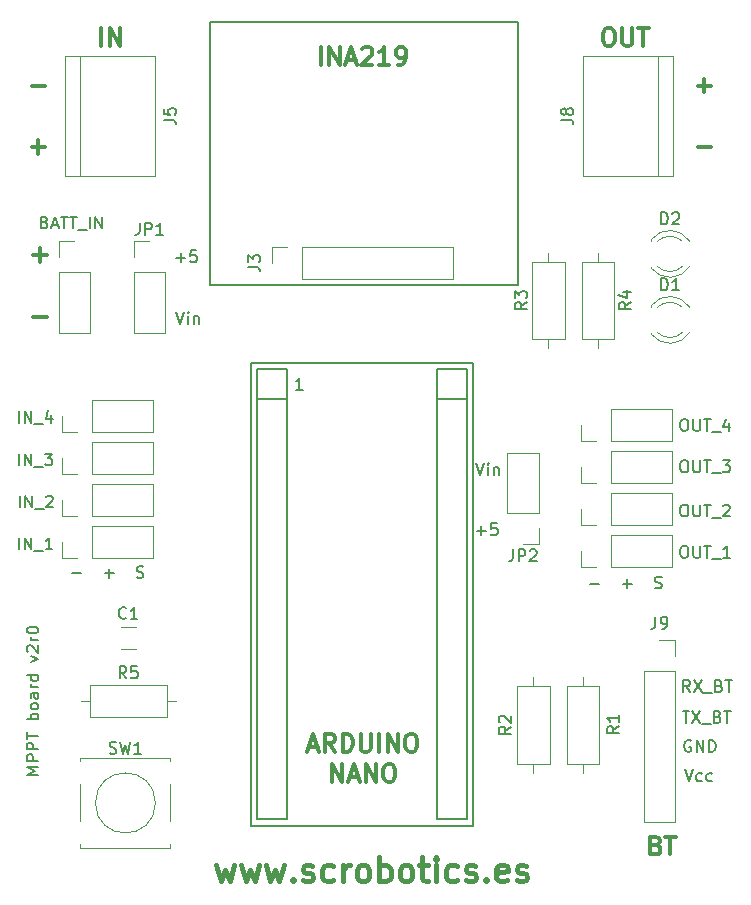
<source format=gbr>
G04 #@! TF.GenerationSoftware,KiCad,Pcbnew,(5.1.5)-3*
G04 #@! TF.CreationDate,2020-01-13T17:27:11+01:00*
G04 #@! TF.ProjectId,MPPT PCB,4d505054-2050-4434-922e-6b696361645f,rev?*
G04 #@! TF.SameCoordinates,Original*
G04 #@! TF.FileFunction,Legend,Top*
G04 #@! TF.FilePolarity,Positive*
%FSLAX46Y46*%
G04 Gerber Fmt 4.6, Leading zero omitted, Abs format (unit mm)*
G04 Created by KiCad (PCBNEW (5.1.5)-3) date 2020-01-13 17:27:11*
%MOMM*%
%LPD*%
G04 APERTURE LIST*
%ADD10C,0.400000*%
%ADD11C,0.300000*%
%ADD12C,0.200000*%
%ADD13C,0.150000*%
%ADD14C,0.120000*%
G04 APERTURE END LIST*
D10*
X134701023Y-111966428D02*
X135081976Y-113299761D01*
X135462928Y-112347380D01*
X135843880Y-113299761D01*
X136224833Y-111966428D01*
X136796261Y-111966428D02*
X137177214Y-113299761D01*
X137558166Y-112347380D01*
X137939119Y-113299761D01*
X138320071Y-111966428D01*
X138891500Y-111966428D02*
X139272452Y-113299761D01*
X139653404Y-112347380D01*
X140034357Y-113299761D01*
X140415309Y-111966428D01*
X141177214Y-113109285D02*
X141272452Y-113204523D01*
X141177214Y-113299761D01*
X141081976Y-113204523D01*
X141177214Y-113109285D01*
X141177214Y-113299761D01*
X142034357Y-113204523D02*
X142224833Y-113299761D01*
X142605785Y-113299761D01*
X142796261Y-113204523D01*
X142891500Y-113014047D01*
X142891500Y-112918809D01*
X142796261Y-112728333D01*
X142605785Y-112633095D01*
X142320071Y-112633095D01*
X142129595Y-112537857D01*
X142034357Y-112347380D01*
X142034357Y-112252142D01*
X142129595Y-112061666D01*
X142320071Y-111966428D01*
X142605785Y-111966428D01*
X142796261Y-112061666D01*
X144605785Y-113204523D02*
X144415309Y-113299761D01*
X144034357Y-113299761D01*
X143843880Y-113204523D01*
X143748642Y-113109285D01*
X143653404Y-112918809D01*
X143653404Y-112347380D01*
X143748642Y-112156904D01*
X143843880Y-112061666D01*
X144034357Y-111966428D01*
X144415309Y-111966428D01*
X144605785Y-112061666D01*
X145462928Y-113299761D02*
X145462928Y-111966428D01*
X145462928Y-112347380D02*
X145558166Y-112156904D01*
X145653404Y-112061666D01*
X145843880Y-111966428D01*
X146034357Y-111966428D01*
X146986738Y-113299761D02*
X146796261Y-113204523D01*
X146701023Y-113109285D01*
X146605785Y-112918809D01*
X146605785Y-112347380D01*
X146701023Y-112156904D01*
X146796261Y-112061666D01*
X146986738Y-111966428D01*
X147272452Y-111966428D01*
X147462928Y-112061666D01*
X147558166Y-112156904D01*
X147653404Y-112347380D01*
X147653404Y-112918809D01*
X147558166Y-113109285D01*
X147462928Y-113204523D01*
X147272452Y-113299761D01*
X146986738Y-113299761D01*
X148510547Y-113299761D02*
X148510547Y-111299761D01*
X148510547Y-112061666D02*
X148701023Y-111966428D01*
X149081976Y-111966428D01*
X149272452Y-112061666D01*
X149367690Y-112156904D01*
X149462928Y-112347380D01*
X149462928Y-112918809D01*
X149367690Y-113109285D01*
X149272452Y-113204523D01*
X149081976Y-113299761D01*
X148701023Y-113299761D01*
X148510547Y-113204523D01*
X150605785Y-113299761D02*
X150415309Y-113204523D01*
X150320071Y-113109285D01*
X150224833Y-112918809D01*
X150224833Y-112347380D01*
X150320071Y-112156904D01*
X150415309Y-112061666D01*
X150605785Y-111966428D01*
X150891500Y-111966428D01*
X151081976Y-112061666D01*
X151177214Y-112156904D01*
X151272452Y-112347380D01*
X151272452Y-112918809D01*
X151177214Y-113109285D01*
X151081976Y-113204523D01*
X150891500Y-113299761D01*
X150605785Y-113299761D01*
X151843880Y-111966428D02*
X152605785Y-111966428D01*
X152129595Y-111299761D02*
X152129595Y-113014047D01*
X152224833Y-113204523D01*
X152415309Y-113299761D01*
X152605785Y-113299761D01*
X153272452Y-113299761D02*
X153272452Y-111966428D01*
X153272452Y-111299761D02*
X153177214Y-111395000D01*
X153272452Y-111490238D01*
X153367690Y-111395000D01*
X153272452Y-111299761D01*
X153272452Y-111490238D01*
X155081976Y-113204523D02*
X154891500Y-113299761D01*
X154510547Y-113299761D01*
X154320071Y-113204523D01*
X154224833Y-113109285D01*
X154129595Y-112918809D01*
X154129595Y-112347380D01*
X154224833Y-112156904D01*
X154320071Y-112061666D01*
X154510547Y-111966428D01*
X154891500Y-111966428D01*
X155081976Y-112061666D01*
X155843880Y-113204523D02*
X156034357Y-113299761D01*
X156415309Y-113299761D01*
X156605785Y-113204523D01*
X156701023Y-113014047D01*
X156701023Y-112918809D01*
X156605785Y-112728333D01*
X156415309Y-112633095D01*
X156129595Y-112633095D01*
X155939119Y-112537857D01*
X155843880Y-112347380D01*
X155843880Y-112252142D01*
X155939119Y-112061666D01*
X156129595Y-111966428D01*
X156415309Y-111966428D01*
X156605785Y-112061666D01*
X157558166Y-113109285D02*
X157653404Y-113204523D01*
X157558166Y-113299761D01*
X157462928Y-113204523D01*
X157558166Y-113109285D01*
X157558166Y-113299761D01*
X159272452Y-113204523D02*
X159081976Y-113299761D01*
X158701023Y-113299761D01*
X158510547Y-113204523D01*
X158415309Y-113014047D01*
X158415309Y-112252142D01*
X158510547Y-112061666D01*
X158701023Y-111966428D01*
X159081976Y-111966428D01*
X159272452Y-112061666D01*
X159367690Y-112252142D01*
X159367690Y-112442619D01*
X158415309Y-112633095D01*
X160129595Y-113204523D02*
X160320071Y-113299761D01*
X160701023Y-113299761D01*
X160891500Y-113204523D01*
X160986738Y-113014047D01*
X160986738Y-112918809D01*
X160891500Y-112728333D01*
X160701023Y-112633095D01*
X160415309Y-112633095D01*
X160224833Y-112537857D01*
X160129595Y-112347380D01*
X160129595Y-112252142D01*
X160224833Y-112061666D01*
X160415309Y-111966428D01*
X160701023Y-111966428D01*
X160891500Y-112061666D01*
D11*
X175450571Y-51161142D02*
X176593428Y-51161142D01*
X175450571Y-45954142D02*
X176593428Y-45954142D01*
X176022000Y-46525571D02*
X176022000Y-45382714D01*
D12*
X119641880Y-104282095D02*
X118641880Y-104282095D01*
X119356166Y-103948761D01*
X118641880Y-103615428D01*
X119641880Y-103615428D01*
X119641880Y-103139238D02*
X118641880Y-103139238D01*
X118641880Y-102758285D01*
X118689500Y-102663047D01*
X118737119Y-102615428D01*
X118832357Y-102567809D01*
X118975214Y-102567809D01*
X119070452Y-102615428D01*
X119118071Y-102663047D01*
X119165690Y-102758285D01*
X119165690Y-103139238D01*
X119641880Y-102139238D02*
X118641880Y-102139238D01*
X118641880Y-101758285D01*
X118689500Y-101663047D01*
X118737119Y-101615428D01*
X118832357Y-101567809D01*
X118975214Y-101567809D01*
X119070452Y-101615428D01*
X119118071Y-101663047D01*
X119165690Y-101758285D01*
X119165690Y-102139238D01*
X118641880Y-101282095D02*
X118641880Y-100710666D01*
X119641880Y-100996380D02*
X118641880Y-100996380D01*
X119641880Y-99615428D02*
X118641880Y-99615428D01*
X119022833Y-99615428D02*
X118975214Y-99520190D01*
X118975214Y-99329714D01*
X119022833Y-99234476D01*
X119070452Y-99186857D01*
X119165690Y-99139238D01*
X119451404Y-99139238D01*
X119546642Y-99186857D01*
X119594261Y-99234476D01*
X119641880Y-99329714D01*
X119641880Y-99520190D01*
X119594261Y-99615428D01*
X119641880Y-98567809D02*
X119594261Y-98663047D01*
X119546642Y-98710666D01*
X119451404Y-98758285D01*
X119165690Y-98758285D01*
X119070452Y-98710666D01*
X119022833Y-98663047D01*
X118975214Y-98567809D01*
X118975214Y-98424952D01*
X119022833Y-98329714D01*
X119070452Y-98282095D01*
X119165690Y-98234476D01*
X119451404Y-98234476D01*
X119546642Y-98282095D01*
X119594261Y-98329714D01*
X119641880Y-98424952D01*
X119641880Y-98567809D01*
X119641880Y-97377333D02*
X119118071Y-97377333D01*
X119022833Y-97424952D01*
X118975214Y-97520190D01*
X118975214Y-97710666D01*
X119022833Y-97805904D01*
X119594261Y-97377333D02*
X119641880Y-97472571D01*
X119641880Y-97710666D01*
X119594261Y-97805904D01*
X119499023Y-97853523D01*
X119403785Y-97853523D01*
X119308547Y-97805904D01*
X119260928Y-97710666D01*
X119260928Y-97472571D01*
X119213309Y-97377333D01*
X119641880Y-96901142D02*
X118975214Y-96901142D01*
X119165690Y-96901142D02*
X119070452Y-96853523D01*
X119022833Y-96805904D01*
X118975214Y-96710666D01*
X118975214Y-96615428D01*
X119641880Y-95853523D02*
X118641880Y-95853523D01*
X119594261Y-95853523D02*
X119641880Y-95948761D01*
X119641880Y-96139238D01*
X119594261Y-96234476D01*
X119546642Y-96282095D01*
X119451404Y-96329714D01*
X119165690Y-96329714D01*
X119070452Y-96282095D01*
X119022833Y-96234476D01*
X118975214Y-96139238D01*
X118975214Y-95948761D01*
X119022833Y-95853523D01*
X118975214Y-94710666D02*
X119641880Y-94472571D01*
X118975214Y-94234476D01*
X118737119Y-93901142D02*
X118689500Y-93853523D01*
X118641880Y-93758285D01*
X118641880Y-93520190D01*
X118689500Y-93424952D01*
X118737119Y-93377333D01*
X118832357Y-93329714D01*
X118927595Y-93329714D01*
X119070452Y-93377333D01*
X119641880Y-93948761D01*
X119641880Y-93329714D01*
X119641880Y-92901142D02*
X118975214Y-92901142D01*
X119165690Y-92901142D02*
X119070452Y-92853523D01*
X119022833Y-92805904D01*
X118975214Y-92710666D01*
X118975214Y-92615428D01*
X118641880Y-92091619D02*
X118641880Y-91996380D01*
X118689500Y-91901142D01*
X118737119Y-91853523D01*
X118832357Y-91805904D01*
X119022833Y-91758285D01*
X119260928Y-91758285D01*
X119451404Y-91805904D01*
X119546642Y-91853523D01*
X119594261Y-91901142D01*
X119641880Y-91996380D01*
X119641880Y-92091619D01*
X119594261Y-92186857D01*
X119546642Y-92234476D01*
X119451404Y-92282095D01*
X119260928Y-92329714D01*
X119022833Y-92329714D01*
X118832357Y-92282095D01*
X118737119Y-92234476D01*
X118689500Y-92186857D01*
X118641880Y-92091619D01*
D11*
X142558071Y-101908500D02*
X143272357Y-101908500D01*
X142415214Y-102337071D02*
X142915214Y-100837071D01*
X143415214Y-102337071D01*
X144772357Y-102337071D02*
X144272357Y-101622785D01*
X143915214Y-102337071D02*
X143915214Y-100837071D01*
X144486642Y-100837071D01*
X144629500Y-100908500D01*
X144700928Y-100979928D01*
X144772357Y-101122785D01*
X144772357Y-101337071D01*
X144700928Y-101479928D01*
X144629500Y-101551357D01*
X144486642Y-101622785D01*
X143915214Y-101622785D01*
X145415214Y-102337071D02*
X145415214Y-100837071D01*
X145772357Y-100837071D01*
X145986642Y-100908500D01*
X146129500Y-101051357D01*
X146200928Y-101194214D01*
X146272357Y-101479928D01*
X146272357Y-101694214D01*
X146200928Y-101979928D01*
X146129500Y-102122785D01*
X145986642Y-102265642D01*
X145772357Y-102337071D01*
X145415214Y-102337071D01*
X146915214Y-100837071D02*
X146915214Y-102051357D01*
X146986642Y-102194214D01*
X147058071Y-102265642D01*
X147200928Y-102337071D01*
X147486642Y-102337071D01*
X147629500Y-102265642D01*
X147700928Y-102194214D01*
X147772357Y-102051357D01*
X147772357Y-100837071D01*
X148486642Y-102337071D02*
X148486642Y-100837071D01*
X149200928Y-102337071D02*
X149200928Y-100837071D01*
X150058071Y-102337071D01*
X150058071Y-100837071D01*
X151058071Y-100837071D02*
X151343785Y-100837071D01*
X151486642Y-100908500D01*
X151629500Y-101051357D01*
X151700928Y-101337071D01*
X151700928Y-101837071D01*
X151629500Y-102122785D01*
X151486642Y-102265642D01*
X151343785Y-102337071D01*
X151058071Y-102337071D01*
X150915214Y-102265642D01*
X150772357Y-102122785D01*
X150700928Y-101837071D01*
X150700928Y-101337071D01*
X150772357Y-101051357D01*
X150915214Y-100908500D01*
X151058071Y-100837071D01*
X144486642Y-104887071D02*
X144486642Y-103387071D01*
X145343785Y-104887071D01*
X145343785Y-103387071D01*
X145986642Y-104458500D02*
X146700928Y-104458500D01*
X145843785Y-104887071D02*
X146343785Y-103387071D01*
X146843785Y-104887071D01*
X147343785Y-104887071D02*
X147343785Y-103387071D01*
X148200928Y-104887071D01*
X148200928Y-103387071D01*
X149200928Y-103387071D02*
X149486642Y-103387071D01*
X149629500Y-103458500D01*
X149772357Y-103601357D01*
X149843785Y-103887071D01*
X149843785Y-104387071D01*
X149772357Y-104672785D01*
X149629500Y-104815642D01*
X149486642Y-104887071D01*
X149200928Y-104887071D01*
X149058071Y-104815642D01*
X148915214Y-104672785D01*
X148843785Y-104387071D01*
X148843785Y-103887071D01*
X148915214Y-103601357D01*
X149058071Y-103458500D01*
X149200928Y-103387071D01*
D13*
X137668000Y-108648500D02*
X137668000Y-69469000D01*
X156464000Y-108648500D02*
X137668000Y-108648500D01*
X156464000Y-69469000D02*
X156464000Y-108648500D01*
X137668000Y-69469000D02*
X156464000Y-69469000D01*
D12*
X156749857Y-83637428D02*
X157511761Y-83637428D01*
X157130809Y-84018380D02*
X157130809Y-83256476D01*
X158464142Y-83018380D02*
X157987952Y-83018380D01*
X157940333Y-83494571D01*
X157987952Y-83446952D01*
X158083190Y-83399333D01*
X158321285Y-83399333D01*
X158416523Y-83446952D01*
X158464142Y-83494571D01*
X158511761Y-83589809D01*
X158511761Y-83827904D01*
X158464142Y-83923142D01*
X158416523Y-83970761D01*
X158321285Y-84018380D01*
X158083190Y-84018380D01*
X157987952Y-83970761D01*
X157940333Y-83923142D01*
X156710190Y-77938380D02*
X157043523Y-78938380D01*
X157376857Y-77938380D01*
X157710190Y-78938380D02*
X157710190Y-78271714D01*
X157710190Y-77938380D02*
X157662571Y-77986000D01*
X157710190Y-78033619D01*
X157757809Y-77986000D01*
X157710190Y-77938380D01*
X157710190Y-78033619D01*
X158186380Y-78271714D02*
X158186380Y-78938380D01*
X158186380Y-78366952D02*
X158234000Y-78319333D01*
X158329238Y-78271714D01*
X158472095Y-78271714D01*
X158567333Y-78319333D01*
X158614952Y-78414571D01*
X158614952Y-78938380D01*
X131310190Y-65111380D02*
X131643523Y-66111380D01*
X131976857Y-65111380D01*
X132310190Y-66111380D02*
X132310190Y-65444714D01*
X132310190Y-65111380D02*
X132262571Y-65159000D01*
X132310190Y-65206619D01*
X132357809Y-65159000D01*
X132310190Y-65111380D01*
X132310190Y-65206619D01*
X132786380Y-65444714D02*
X132786380Y-66111380D01*
X132786380Y-65539952D02*
X132834000Y-65492333D01*
X132929238Y-65444714D01*
X133072095Y-65444714D01*
X133167333Y-65492333D01*
X133214952Y-65587571D01*
X133214952Y-66111380D01*
X131286357Y-60523428D02*
X132048261Y-60523428D01*
X131667309Y-60904380D02*
X131667309Y-60142476D01*
X133000642Y-59904380D02*
X132524452Y-59904380D01*
X132476833Y-60380571D01*
X132524452Y-60332952D01*
X132619690Y-60285333D01*
X132857785Y-60285333D01*
X132953023Y-60332952D01*
X133000642Y-60380571D01*
X133048261Y-60475809D01*
X133048261Y-60713904D01*
X133000642Y-60809142D01*
X132953023Y-60856761D01*
X132857785Y-60904380D01*
X132619690Y-60904380D01*
X132524452Y-60856761D01*
X132476833Y-60809142D01*
D11*
X119189571Y-65512142D02*
X120332428Y-65512142D01*
X119189571Y-60305142D02*
X120332428Y-60305142D01*
X119761000Y-60876571D02*
X119761000Y-59733714D01*
D12*
X120166095Y-57523071D02*
X120308952Y-57570690D01*
X120356571Y-57618309D01*
X120404190Y-57713547D01*
X120404190Y-57856404D01*
X120356571Y-57951642D01*
X120308952Y-57999261D01*
X120213714Y-58046880D01*
X119832761Y-58046880D01*
X119832761Y-57046880D01*
X120166095Y-57046880D01*
X120261333Y-57094500D01*
X120308952Y-57142119D01*
X120356571Y-57237357D01*
X120356571Y-57332595D01*
X120308952Y-57427833D01*
X120261333Y-57475452D01*
X120166095Y-57523071D01*
X119832761Y-57523071D01*
X120785142Y-57761166D02*
X121261333Y-57761166D01*
X120689904Y-58046880D02*
X121023238Y-57046880D01*
X121356571Y-58046880D01*
X121547047Y-57046880D02*
X122118476Y-57046880D01*
X121832761Y-58046880D02*
X121832761Y-57046880D01*
X122308952Y-57046880D02*
X122880380Y-57046880D01*
X122594666Y-58046880D02*
X122594666Y-57046880D01*
X122975619Y-58142119D02*
X123737523Y-58142119D01*
X123975619Y-58046880D02*
X123975619Y-57046880D01*
X124451809Y-58046880D02*
X124451809Y-57046880D01*
X125023238Y-58046880D01*
X125023238Y-57046880D01*
X174783928Y-97289880D02*
X174450595Y-96813690D01*
X174212500Y-97289880D02*
X174212500Y-96289880D01*
X174593452Y-96289880D01*
X174688690Y-96337500D01*
X174736309Y-96385119D01*
X174783928Y-96480357D01*
X174783928Y-96623214D01*
X174736309Y-96718452D01*
X174688690Y-96766071D01*
X174593452Y-96813690D01*
X174212500Y-96813690D01*
X175117261Y-96289880D02*
X175783928Y-97289880D01*
X175783928Y-96289880D02*
X175117261Y-97289880D01*
X175926785Y-97385119D02*
X176688690Y-97385119D01*
X177260119Y-96766071D02*
X177402976Y-96813690D01*
X177450595Y-96861309D01*
X177498214Y-96956547D01*
X177498214Y-97099404D01*
X177450595Y-97194642D01*
X177402976Y-97242261D01*
X177307738Y-97289880D01*
X176926785Y-97289880D01*
X176926785Y-96289880D01*
X177260119Y-96289880D01*
X177355357Y-96337500D01*
X177402976Y-96385119D01*
X177450595Y-96480357D01*
X177450595Y-96575595D01*
X177402976Y-96670833D01*
X177355357Y-96718452D01*
X177260119Y-96766071D01*
X176926785Y-96766071D01*
X177783928Y-96289880D02*
X178355357Y-96289880D01*
X178069642Y-97289880D02*
X178069642Y-96289880D01*
X174188690Y-98893380D02*
X174760119Y-98893380D01*
X174474404Y-99893380D02*
X174474404Y-98893380D01*
X174998214Y-98893380D02*
X175664880Y-99893380D01*
X175664880Y-98893380D02*
X174998214Y-99893380D01*
X175807738Y-99988619D02*
X176569642Y-99988619D01*
X177141071Y-99369571D02*
X177283928Y-99417190D01*
X177331547Y-99464809D01*
X177379166Y-99560047D01*
X177379166Y-99702904D01*
X177331547Y-99798142D01*
X177283928Y-99845761D01*
X177188690Y-99893380D01*
X176807738Y-99893380D01*
X176807738Y-98893380D01*
X177141071Y-98893380D01*
X177236309Y-98941000D01*
X177283928Y-98988619D01*
X177331547Y-99083857D01*
X177331547Y-99179095D01*
X177283928Y-99274333D01*
X177236309Y-99321952D01*
X177141071Y-99369571D01*
X176807738Y-99369571D01*
X177664880Y-98893380D02*
X178236309Y-98893380D01*
X177950595Y-99893380D02*
X177950595Y-98893380D01*
X174879095Y-101417500D02*
X174783857Y-101369880D01*
X174641000Y-101369880D01*
X174498142Y-101417500D01*
X174402904Y-101512738D01*
X174355285Y-101607976D01*
X174307666Y-101798452D01*
X174307666Y-101941309D01*
X174355285Y-102131785D01*
X174402904Y-102227023D01*
X174498142Y-102322261D01*
X174641000Y-102369880D01*
X174736238Y-102369880D01*
X174879095Y-102322261D01*
X174926714Y-102274642D01*
X174926714Y-101941309D01*
X174736238Y-101941309D01*
X175355285Y-102369880D02*
X175355285Y-101369880D01*
X175926714Y-102369880D01*
X175926714Y-101369880D01*
X176402904Y-102369880D02*
X176402904Y-101369880D01*
X176641000Y-101369880D01*
X176783857Y-101417500D01*
X176879095Y-101512738D01*
X176926714Y-101607976D01*
X176974333Y-101798452D01*
X176974333Y-101941309D01*
X176926714Y-102131785D01*
X176879095Y-102227023D01*
X176783857Y-102322261D01*
X176641000Y-102369880D01*
X176402904Y-102369880D01*
X174387023Y-103846380D02*
X174720357Y-104846380D01*
X175053690Y-103846380D01*
X175815595Y-104798761D02*
X175720357Y-104846380D01*
X175529880Y-104846380D01*
X175434642Y-104798761D01*
X175387023Y-104751142D01*
X175339404Y-104655904D01*
X175339404Y-104370190D01*
X175387023Y-104274952D01*
X175434642Y-104227333D01*
X175529880Y-104179714D01*
X175720357Y-104179714D01*
X175815595Y-104227333D01*
X176672738Y-104798761D02*
X176577500Y-104846380D01*
X176387023Y-104846380D01*
X176291785Y-104798761D01*
X176244166Y-104751142D01*
X176196547Y-104655904D01*
X176196547Y-104370190D01*
X176244166Y-104274952D01*
X176291785Y-104227333D01*
X176387023Y-104179714D01*
X176577500Y-104179714D01*
X176672738Y-104227333D01*
D11*
X171938214Y-110255857D02*
X172152500Y-110327285D01*
X172223928Y-110398714D01*
X172295357Y-110541571D01*
X172295357Y-110755857D01*
X172223928Y-110898714D01*
X172152500Y-110970142D01*
X172009642Y-111041571D01*
X171438214Y-111041571D01*
X171438214Y-109541571D01*
X171938214Y-109541571D01*
X172081071Y-109613000D01*
X172152500Y-109684428D01*
X172223928Y-109827285D01*
X172223928Y-109970142D01*
X172152500Y-110113000D01*
X172081071Y-110184428D01*
X171938214Y-110255857D01*
X171438214Y-110255857D01*
X172723928Y-109541571D02*
X173581071Y-109541571D01*
X173152500Y-111041571D02*
X173152500Y-109541571D01*
D12*
X174228357Y-84923380D02*
X174418833Y-84923380D01*
X174514071Y-84971000D01*
X174609309Y-85066238D01*
X174656928Y-85256714D01*
X174656928Y-85590047D01*
X174609309Y-85780523D01*
X174514071Y-85875761D01*
X174418833Y-85923380D01*
X174228357Y-85923380D01*
X174133119Y-85875761D01*
X174037880Y-85780523D01*
X173990261Y-85590047D01*
X173990261Y-85256714D01*
X174037880Y-85066238D01*
X174133119Y-84971000D01*
X174228357Y-84923380D01*
X175085500Y-84923380D02*
X175085500Y-85732904D01*
X175133119Y-85828142D01*
X175180738Y-85875761D01*
X175275976Y-85923380D01*
X175466452Y-85923380D01*
X175561690Y-85875761D01*
X175609309Y-85828142D01*
X175656928Y-85732904D01*
X175656928Y-84923380D01*
X175990261Y-84923380D02*
X176561690Y-84923380D01*
X176275976Y-85923380D02*
X176275976Y-84923380D01*
X176656928Y-86018619D02*
X177418833Y-86018619D01*
X178180738Y-85923380D02*
X177609309Y-85923380D01*
X177895023Y-85923380D02*
X177895023Y-84923380D01*
X177799785Y-85066238D01*
X177704547Y-85161476D01*
X177609309Y-85209095D01*
X174228357Y-81430880D02*
X174418833Y-81430880D01*
X174514071Y-81478500D01*
X174609309Y-81573738D01*
X174656928Y-81764214D01*
X174656928Y-82097547D01*
X174609309Y-82288023D01*
X174514071Y-82383261D01*
X174418833Y-82430880D01*
X174228357Y-82430880D01*
X174133119Y-82383261D01*
X174037880Y-82288023D01*
X173990261Y-82097547D01*
X173990261Y-81764214D01*
X174037880Y-81573738D01*
X174133119Y-81478500D01*
X174228357Y-81430880D01*
X175085500Y-81430880D02*
X175085500Y-82240404D01*
X175133119Y-82335642D01*
X175180738Y-82383261D01*
X175275976Y-82430880D01*
X175466452Y-82430880D01*
X175561690Y-82383261D01*
X175609309Y-82335642D01*
X175656928Y-82240404D01*
X175656928Y-81430880D01*
X175990261Y-81430880D02*
X176561690Y-81430880D01*
X176275976Y-82430880D02*
X176275976Y-81430880D01*
X176656928Y-82526119D02*
X177418833Y-82526119D01*
X177609309Y-81526119D02*
X177656928Y-81478500D01*
X177752166Y-81430880D01*
X177990261Y-81430880D01*
X178085500Y-81478500D01*
X178133119Y-81526119D01*
X178180738Y-81621357D01*
X178180738Y-81716595D01*
X178133119Y-81859452D01*
X177561690Y-82430880D01*
X178180738Y-82430880D01*
X174228357Y-77684380D02*
X174418833Y-77684380D01*
X174514071Y-77732000D01*
X174609309Y-77827238D01*
X174656928Y-78017714D01*
X174656928Y-78351047D01*
X174609309Y-78541523D01*
X174514071Y-78636761D01*
X174418833Y-78684380D01*
X174228357Y-78684380D01*
X174133119Y-78636761D01*
X174037880Y-78541523D01*
X173990261Y-78351047D01*
X173990261Y-78017714D01*
X174037880Y-77827238D01*
X174133119Y-77732000D01*
X174228357Y-77684380D01*
X175085500Y-77684380D02*
X175085500Y-78493904D01*
X175133119Y-78589142D01*
X175180738Y-78636761D01*
X175275976Y-78684380D01*
X175466452Y-78684380D01*
X175561690Y-78636761D01*
X175609309Y-78589142D01*
X175656928Y-78493904D01*
X175656928Y-77684380D01*
X175990261Y-77684380D02*
X176561690Y-77684380D01*
X176275976Y-78684380D02*
X176275976Y-77684380D01*
X176656928Y-78779619D02*
X177418833Y-78779619D01*
X177561690Y-77684380D02*
X178180738Y-77684380D01*
X177847404Y-78065333D01*
X177990261Y-78065333D01*
X178085500Y-78112952D01*
X178133119Y-78160571D01*
X178180738Y-78255809D01*
X178180738Y-78493904D01*
X178133119Y-78589142D01*
X178085500Y-78636761D01*
X177990261Y-78684380D01*
X177704547Y-78684380D01*
X177609309Y-78636761D01*
X177561690Y-78589142D01*
X174228357Y-74191880D02*
X174418833Y-74191880D01*
X174514071Y-74239500D01*
X174609309Y-74334738D01*
X174656928Y-74525214D01*
X174656928Y-74858547D01*
X174609309Y-75049023D01*
X174514071Y-75144261D01*
X174418833Y-75191880D01*
X174228357Y-75191880D01*
X174133119Y-75144261D01*
X174037880Y-75049023D01*
X173990261Y-74858547D01*
X173990261Y-74525214D01*
X174037880Y-74334738D01*
X174133119Y-74239500D01*
X174228357Y-74191880D01*
X175085500Y-74191880D02*
X175085500Y-75001404D01*
X175133119Y-75096642D01*
X175180738Y-75144261D01*
X175275976Y-75191880D01*
X175466452Y-75191880D01*
X175561690Y-75144261D01*
X175609309Y-75096642D01*
X175656928Y-75001404D01*
X175656928Y-74191880D01*
X175990261Y-74191880D02*
X176561690Y-74191880D01*
X176275976Y-75191880D02*
X176275976Y-74191880D01*
X176656928Y-75287119D02*
X177418833Y-75287119D01*
X178085500Y-74525214D02*
X178085500Y-75191880D01*
X177847404Y-74144261D02*
X177609309Y-74858547D01*
X178228357Y-74858547D01*
X166354500Y-88145928D02*
X167116404Y-88145928D01*
X169116404Y-88145928D02*
X169878309Y-88145928D01*
X169497357Y-88526880D02*
X169497357Y-87764976D01*
X171830690Y-88479261D02*
X171973547Y-88526880D01*
X172211642Y-88526880D01*
X172306880Y-88479261D01*
X172354500Y-88431642D01*
X172402119Y-88336404D01*
X172402119Y-88241166D01*
X172354500Y-88145928D01*
X172306880Y-88098309D01*
X172211642Y-88050690D01*
X172021166Y-88003071D01*
X171925928Y-87955452D01*
X171878309Y-87907833D01*
X171830690Y-87812595D01*
X171830690Y-87717357D01*
X171878309Y-87622119D01*
X171925928Y-87574500D01*
X172021166Y-87526880D01*
X172259261Y-87526880D01*
X172402119Y-87574500D01*
X122476000Y-87256928D02*
X123237904Y-87256928D01*
X125237904Y-87256928D02*
X125999809Y-87256928D01*
X125618857Y-87637880D02*
X125618857Y-86875976D01*
X127952190Y-87590261D02*
X128095047Y-87637880D01*
X128333142Y-87637880D01*
X128428380Y-87590261D01*
X128476000Y-87542642D01*
X128523619Y-87447404D01*
X128523619Y-87352166D01*
X128476000Y-87256928D01*
X128428380Y-87209309D01*
X128333142Y-87161690D01*
X128142666Y-87114071D01*
X128047428Y-87066452D01*
X127999809Y-87018833D01*
X127952190Y-86923595D01*
X127952190Y-86828357D01*
X127999809Y-86733119D01*
X128047428Y-86685500D01*
X128142666Y-86637880D01*
X128380761Y-86637880D01*
X128523619Y-86685500D01*
X117999047Y-74493380D02*
X117999047Y-73493380D01*
X118475238Y-74493380D02*
X118475238Y-73493380D01*
X119046666Y-74493380D01*
X119046666Y-73493380D01*
X119284761Y-74588619D02*
X120046666Y-74588619D01*
X120713333Y-73826714D02*
X120713333Y-74493380D01*
X120475238Y-73445761D02*
X120237142Y-74160047D01*
X120856190Y-74160047D01*
X117999047Y-78112880D02*
X117999047Y-77112880D01*
X118475238Y-78112880D02*
X118475238Y-77112880D01*
X119046666Y-78112880D01*
X119046666Y-77112880D01*
X119284761Y-78208119D02*
X120046666Y-78208119D01*
X120189523Y-77112880D02*
X120808571Y-77112880D01*
X120475238Y-77493833D01*
X120618095Y-77493833D01*
X120713333Y-77541452D01*
X120760952Y-77589071D01*
X120808571Y-77684309D01*
X120808571Y-77922404D01*
X120760952Y-78017642D01*
X120713333Y-78065261D01*
X120618095Y-78112880D01*
X120332380Y-78112880D01*
X120237142Y-78065261D01*
X120189523Y-78017642D01*
X118062547Y-81668880D02*
X118062547Y-80668880D01*
X118538738Y-81668880D02*
X118538738Y-80668880D01*
X119110166Y-81668880D01*
X119110166Y-80668880D01*
X119348261Y-81764119D02*
X120110166Y-81764119D01*
X120300642Y-80764119D02*
X120348261Y-80716500D01*
X120443500Y-80668880D01*
X120681595Y-80668880D01*
X120776833Y-80716500D01*
X120824452Y-80764119D01*
X120872071Y-80859357D01*
X120872071Y-80954595D01*
X120824452Y-81097452D01*
X120253023Y-81668880D01*
X120872071Y-81668880D01*
X117999047Y-85224880D02*
X117999047Y-84224880D01*
X118475238Y-85224880D02*
X118475238Y-84224880D01*
X119046666Y-85224880D01*
X119046666Y-84224880D01*
X119284761Y-85320119D02*
X120046666Y-85320119D01*
X120808571Y-85224880D02*
X120237142Y-85224880D01*
X120522857Y-85224880D02*
X120522857Y-84224880D01*
X120427619Y-84367738D01*
X120332380Y-84462976D01*
X120237142Y-84510595D01*
D11*
X119062571Y-45954142D02*
X120205428Y-45954142D01*
X119062571Y-51161142D02*
X120205428Y-51161142D01*
X119634000Y-51732571D02*
X119634000Y-50589714D01*
X167791000Y-41088571D02*
X168076714Y-41088571D01*
X168219571Y-41160000D01*
X168362428Y-41302857D01*
X168433857Y-41588571D01*
X168433857Y-42088571D01*
X168362428Y-42374285D01*
X168219571Y-42517142D01*
X168076714Y-42588571D01*
X167791000Y-42588571D01*
X167648142Y-42517142D01*
X167505285Y-42374285D01*
X167433857Y-42088571D01*
X167433857Y-41588571D01*
X167505285Y-41302857D01*
X167648142Y-41160000D01*
X167791000Y-41088571D01*
X169076714Y-41088571D02*
X169076714Y-42302857D01*
X169148142Y-42445714D01*
X169219571Y-42517142D01*
X169362428Y-42588571D01*
X169648142Y-42588571D01*
X169791000Y-42517142D01*
X169862428Y-42445714D01*
X169933857Y-42302857D01*
X169933857Y-41088571D01*
X170433857Y-41088571D02*
X171291000Y-41088571D01*
X170862428Y-42588571D02*
X170862428Y-41088571D01*
X124944285Y-42588571D02*
X124944285Y-41088571D01*
X125658571Y-42588571D02*
X125658571Y-41088571D01*
X126515714Y-42588571D01*
X126515714Y-41088571D01*
X143558071Y-44176071D02*
X143558071Y-42676071D01*
X144272357Y-44176071D02*
X144272357Y-42676071D01*
X145129500Y-44176071D01*
X145129500Y-42676071D01*
X145772357Y-43747500D02*
X146486642Y-43747500D01*
X145629500Y-44176071D02*
X146129500Y-42676071D01*
X146629500Y-44176071D01*
X147058071Y-42818928D02*
X147129500Y-42747500D01*
X147272357Y-42676071D01*
X147629500Y-42676071D01*
X147772357Y-42747500D01*
X147843785Y-42818928D01*
X147915214Y-42961785D01*
X147915214Y-43104642D01*
X147843785Y-43318928D01*
X146986642Y-44176071D01*
X147915214Y-44176071D01*
X149343785Y-44176071D02*
X148486642Y-44176071D01*
X148915214Y-44176071D02*
X148915214Y-42676071D01*
X148772357Y-42890357D01*
X148629500Y-43033214D01*
X148486642Y-43104642D01*
X150058071Y-44176071D02*
X150343785Y-44176071D01*
X150486642Y-44104642D01*
X150558071Y-44033214D01*
X150700928Y-43818928D01*
X150772357Y-43533214D01*
X150772357Y-42961785D01*
X150700928Y-42818928D01*
X150629500Y-42747500D01*
X150486642Y-42676071D01*
X150200928Y-42676071D01*
X150058071Y-42747500D01*
X149986642Y-42818928D01*
X149915214Y-42961785D01*
X149915214Y-43318928D01*
X149986642Y-43461785D01*
X150058071Y-43533214D01*
X150200928Y-43604642D01*
X150486642Y-43604642D01*
X150629500Y-43533214D01*
X150700928Y-43461785D01*
X150772357Y-43318928D01*
D13*
X160274000Y-62801500D02*
X147129500Y-62801500D01*
X160274000Y-40576500D02*
X160274000Y-62801500D01*
X134175500Y-40576500D02*
X160274000Y-40576500D01*
X134175500Y-62801500D02*
X134175500Y-40576500D01*
X147129500Y-62801500D02*
X134175500Y-62801500D01*
X142017714Y-71699380D02*
X141446285Y-71699380D01*
X141732000Y-71699380D02*
X141732000Y-70699380D01*
X141636761Y-70842238D01*
X141541523Y-70937476D01*
X141446285Y-70985095D01*
X140716000Y-72517000D02*
X140716000Y-69977000D01*
X140716000Y-69977000D02*
X138176000Y-69977000D01*
X138176000Y-69977000D02*
X138176000Y-72517000D01*
X140716000Y-72517000D02*
X140716000Y-108077000D01*
X140716000Y-108077000D02*
X138176000Y-108077000D01*
X138176000Y-108077000D02*
X138176000Y-72517000D01*
X138176000Y-72517000D02*
X140716000Y-72517000D01*
X155956000Y-72517000D02*
X155956000Y-69977000D01*
X155956000Y-69977000D02*
X153416000Y-69977000D01*
X153416000Y-69977000D02*
X153416000Y-72517000D01*
X155956000Y-72517000D02*
X155956000Y-108077000D01*
X155956000Y-108077000D02*
X153416000Y-108077000D01*
X153416000Y-108077000D02*
X153416000Y-72517000D01*
X153416000Y-72517000D02*
X155956000Y-72517000D01*
D14*
X126605000Y-91790000D02*
X127863000Y-91790000D01*
X126605000Y-93630000D02*
X127863000Y-93630000D01*
X171541000Y-66866000D02*
X171541000Y-67022000D01*
X171541000Y-64550000D02*
X171541000Y-64706000D01*
X174142130Y-66865837D02*
G75*
G02X172060039Y-66866000I-1041130J1079837D01*
G01*
X174142130Y-64706163D02*
G75*
G03X172060039Y-64706000I-1041130J-1079837D01*
G01*
X174773335Y-66864608D02*
G75*
G02X171541000Y-67021516I-1672335J1078608D01*
G01*
X174773335Y-64707392D02*
G75*
G03X171541000Y-64550484I-1672335J-1078608D01*
G01*
X174773335Y-59119392D02*
G75*
G03X171541000Y-58962484I-1672335J-1078608D01*
G01*
X174773335Y-61276608D02*
G75*
G02X171541000Y-61433516I-1672335J1078608D01*
G01*
X174142130Y-59118163D02*
G75*
G03X172060039Y-59118000I-1041130J-1079837D01*
G01*
X174142130Y-61277837D02*
G75*
G02X172060039Y-61278000I-1041130J1079837D01*
G01*
X171541000Y-58962000D02*
X171541000Y-59118000D01*
X171541000Y-61278000D02*
X171541000Y-61434000D01*
X129346000Y-85912000D02*
X129346000Y-83252000D01*
X124206000Y-85912000D02*
X129346000Y-85912000D01*
X124206000Y-83252000D02*
X129346000Y-83252000D01*
X124206000Y-85912000D02*
X124206000Y-83252000D01*
X122936000Y-85912000D02*
X121606000Y-85912000D01*
X121606000Y-85912000D02*
X121606000Y-84582000D01*
X129346000Y-78800000D02*
X129346000Y-76140000D01*
X124206000Y-78800000D02*
X129346000Y-78800000D01*
X124206000Y-76140000D02*
X129346000Y-76140000D01*
X124206000Y-78800000D02*
X124206000Y-76140000D01*
X122936000Y-78800000D02*
X121606000Y-78800000D01*
X121606000Y-78800000D02*
X121606000Y-77470000D01*
X139386000Y-60960000D02*
X139386000Y-59630000D01*
X139386000Y-59630000D02*
X140716000Y-59630000D01*
X141986000Y-59630000D02*
X154746000Y-59630000D01*
X154746000Y-62290000D02*
X154746000Y-59630000D01*
X141986000Y-62290000D02*
X154746000Y-62290000D01*
X141986000Y-62290000D02*
X141986000Y-59630000D01*
X121920000Y-43434000D02*
X121920000Y-53594000D01*
X129540000Y-43434000D02*
X121920000Y-43434000D01*
X129540000Y-53594000D02*
X129540000Y-43434000D01*
X121920000Y-53594000D02*
X129540000Y-53594000D01*
X123190000Y-53594000D02*
X123190000Y-43434000D01*
X121606000Y-82356000D02*
X121606000Y-81026000D01*
X122936000Y-82356000D02*
X121606000Y-82356000D01*
X124206000Y-82356000D02*
X124206000Y-79696000D01*
X124206000Y-79696000D02*
X129346000Y-79696000D01*
X124206000Y-82356000D02*
X129346000Y-82356000D01*
X129346000Y-82356000D02*
X129346000Y-79696000D01*
X129346000Y-75244000D02*
X129346000Y-72584000D01*
X124206000Y-75244000D02*
X129346000Y-75244000D01*
X124206000Y-72584000D02*
X129346000Y-72584000D01*
X124206000Y-75244000D02*
X124206000Y-72584000D01*
X122936000Y-75244000D02*
X121606000Y-75244000D01*
X121606000Y-75244000D02*
X121606000Y-73914000D01*
X172085000Y-43434000D02*
X172085000Y-53594000D01*
X173355000Y-43434000D02*
X165735000Y-43434000D01*
X165735000Y-43434000D02*
X165735000Y-53594000D01*
X165735000Y-53594000D02*
X173355000Y-53594000D01*
X173355000Y-53594000D02*
X173355000Y-43434000D01*
X170882000Y-95504000D02*
X173542000Y-95504000D01*
X170882000Y-95504000D02*
X170882000Y-108264000D01*
X170882000Y-108264000D02*
X173542000Y-108264000D01*
X173542000Y-95504000D02*
X173542000Y-108264000D01*
X173542000Y-92904000D02*
X173542000Y-94234000D01*
X172212000Y-92904000D02*
X173542000Y-92904000D01*
X165548000Y-86674000D02*
X165548000Y-85344000D01*
X166878000Y-86674000D02*
X165548000Y-86674000D01*
X168148000Y-86674000D02*
X168148000Y-84014000D01*
X168148000Y-84014000D02*
X173288000Y-84014000D01*
X168148000Y-86674000D02*
X173288000Y-86674000D01*
X173288000Y-86674000D02*
X173288000Y-84014000D01*
X173288000Y-79562000D02*
X173288000Y-76902000D01*
X168148000Y-79562000D02*
X173288000Y-79562000D01*
X168148000Y-76902000D02*
X173288000Y-76902000D01*
X168148000Y-79562000D02*
X168148000Y-76902000D01*
X166878000Y-79562000D02*
X165548000Y-79562000D01*
X165548000Y-79562000D02*
X165548000Y-78232000D01*
X173288000Y-76006000D02*
X173288000Y-73346000D01*
X168148000Y-76006000D02*
X173288000Y-76006000D01*
X168148000Y-73346000D02*
X173288000Y-73346000D01*
X168148000Y-76006000D02*
X168148000Y-73346000D01*
X166878000Y-76006000D02*
X165548000Y-76006000D01*
X165548000Y-76006000D02*
X165548000Y-74676000D01*
X165548000Y-83118000D02*
X165548000Y-81788000D01*
X166878000Y-83118000D02*
X165548000Y-83118000D01*
X168148000Y-83118000D02*
X168148000Y-80458000D01*
X168148000Y-80458000D02*
X173288000Y-80458000D01*
X168148000Y-83118000D02*
X173288000Y-83118000D01*
X173288000Y-83118000D02*
X173288000Y-80458000D01*
X127702000Y-59122000D02*
X129032000Y-59122000D01*
X127702000Y-60452000D02*
X127702000Y-59122000D01*
X127702000Y-61722000D02*
X130362000Y-61722000D01*
X130362000Y-61722000D02*
X130362000Y-66862000D01*
X127702000Y-61722000D02*
X127702000Y-66862000D01*
X127702000Y-66862000D02*
X130362000Y-66862000D01*
X165735000Y-96036000D02*
X165735000Y-96806000D01*
X165735000Y-104116000D02*
X165735000Y-103346000D01*
X164365000Y-96806000D02*
X164365000Y-103346000D01*
X167105000Y-96806000D02*
X164365000Y-96806000D01*
X167105000Y-103346000D02*
X167105000Y-96806000D01*
X164365000Y-103346000D02*
X167105000Y-103346000D01*
X160174000Y-103346000D02*
X162914000Y-103346000D01*
X162914000Y-103346000D02*
X162914000Y-96806000D01*
X162914000Y-96806000D02*
X160174000Y-96806000D01*
X160174000Y-96806000D02*
X160174000Y-103346000D01*
X161544000Y-104116000D02*
X161544000Y-103346000D01*
X161544000Y-96036000D02*
X161544000Y-96806000D01*
X162814000Y-68175000D02*
X162814000Y-67405000D01*
X162814000Y-60095000D02*
X162814000Y-60865000D01*
X164184000Y-67405000D02*
X164184000Y-60865000D01*
X161444000Y-67405000D02*
X164184000Y-67405000D01*
X161444000Y-60865000D02*
X161444000Y-67405000D01*
X164184000Y-60865000D02*
X161444000Y-60865000D01*
X165635000Y-67405000D02*
X168375000Y-67405000D01*
X168375000Y-67405000D02*
X168375000Y-60865000D01*
X168375000Y-60865000D02*
X165635000Y-60865000D01*
X165635000Y-60865000D02*
X165635000Y-67405000D01*
X167005000Y-68175000D02*
X167005000Y-67405000D01*
X167005000Y-60095000D02*
X167005000Y-60865000D01*
X131294000Y-98044000D02*
X130524000Y-98044000D01*
X123214000Y-98044000D02*
X123984000Y-98044000D01*
X130524000Y-96674000D02*
X123984000Y-96674000D01*
X130524000Y-99414000D02*
X130524000Y-96674000D01*
X123984000Y-99414000D02*
X130524000Y-99414000D01*
X123984000Y-96674000D02*
X123984000Y-99414000D01*
X123190000Y-102870000D02*
X130810000Y-102870000D01*
X130810000Y-102870000D02*
X130810000Y-103170000D01*
X130810000Y-110490000D02*
X123190000Y-110490000D01*
X123190000Y-102870000D02*
X123190000Y-103170000D01*
X130810000Y-105110000D02*
X130810000Y-108250000D01*
X123190000Y-105110000D02*
X123190000Y-108250000D01*
X130810000Y-110190000D02*
X130810000Y-110490000D01*
X123190000Y-110190000D02*
X123190000Y-110490000D01*
X129540000Y-106680000D02*
G75*
G03X129540000Y-106680000I-2540000J0D01*
G01*
X121352000Y-66862000D02*
X124012000Y-66862000D01*
X121352000Y-61722000D02*
X121352000Y-66862000D01*
X124012000Y-61722000D02*
X124012000Y-66862000D01*
X121352000Y-61722000D02*
X124012000Y-61722000D01*
X121352000Y-60452000D02*
X121352000Y-59122000D01*
X121352000Y-59122000D02*
X122682000Y-59122000D01*
X161985000Y-77029000D02*
X159325000Y-77029000D01*
X161985000Y-82169000D02*
X161985000Y-77029000D01*
X159325000Y-82169000D02*
X159325000Y-77029000D01*
X161985000Y-82169000D02*
X159325000Y-82169000D01*
X161985000Y-83439000D02*
X161985000Y-84769000D01*
X161985000Y-84769000D02*
X160655000Y-84769000D01*
D13*
X127067333Y-91017142D02*
X127019714Y-91064761D01*
X126876857Y-91112380D01*
X126781619Y-91112380D01*
X126638761Y-91064761D01*
X126543523Y-90969523D01*
X126495904Y-90874285D01*
X126448285Y-90683809D01*
X126448285Y-90540952D01*
X126495904Y-90350476D01*
X126543523Y-90255238D01*
X126638761Y-90160000D01*
X126781619Y-90112380D01*
X126876857Y-90112380D01*
X127019714Y-90160000D01*
X127067333Y-90207619D01*
X128019714Y-91112380D02*
X127448285Y-91112380D01*
X127734000Y-91112380D02*
X127734000Y-90112380D01*
X127638761Y-90255238D01*
X127543523Y-90350476D01*
X127448285Y-90398095D01*
X172362904Y-63278380D02*
X172362904Y-62278380D01*
X172601000Y-62278380D01*
X172743857Y-62326000D01*
X172839095Y-62421238D01*
X172886714Y-62516476D01*
X172934333Y-62706952D01*
X172934333Y-62849809D01*
X172886714Y-63040285D01*
X172839095Y-63135523D01*
X172743857Y-63230761D01*
X172601000Y-63278380D01*
X172362904Y-63278380D01*
X173886714Y-63278380D02*
X173315285Y-63278380D01*
X173601000Y-63278380D02*
X173601000Y-62278380D01*
X173505761Y-62421238D01*
X173410523Y-62516476D01*
X173315285Y-62564095D01*
X172362904Y-57690380D02*
X172362904Y-56690380D01*
X172601000Y-56690380D01*
X172743857Y-56738000D01*
X172839095Y-56833238D01*
X172886714Y-56928476D01*
X172934333Y-57118952D01*
X172934333Y-57261809D01*
X172886714Y-57452285D01*
X172839095Y-57547523D01*
X172743857Y-57642761D01*
X172601000Y-57690380D01*
X172362904Y-57690380D01*
X173315285Y-56785619D02*
X173362904Y-56738000D01*
X173458142Y-56690380D01*
X173696238Y-56690380D01*
X173791476Y-56738000D01*
X173839095Y-56785619D01*
X173886714Y-56880857D01*
X173886714Y-56976095D01*
X173839095Y-57118952D01*
X173267666Y-57690380D01*
X173886714Y-57690380D01*
X137398380Y-61293333D02*
X138112666Y-61293333D01*
X138255523Y-61340952D01*
X138350761Y-61436190D01*
X138398380Y-61579047D01*
X138398380Y-61674285D01*
X137398380Y-60912380D02*
X137398380Y-60293333D01*
X137779333Y-60626666D01*
X137779333Y-60483809D01*
X137826952Y-60388571D01*
X137874571Y-60340952D01*
X137969809Y-60293333D01*
X138207904Y-60293333D01*
X138303142Y-60340952D01*
X138350761Y-60388571D01*
X138398380Y-60483809D01*
X138398380Y-60769523D01*
X138350761Y-60864761D01*
X138303142Y-60912380D01*
X130262380Y-48847333D02*
X130976666Y-48847333D01*
X131119523Y-48894952D01*
X131214761Y-48990190D01*
X131262380Y-49133047D01*
X131262380Y-49228285D01*
X130262380Y-47894952D02*
X130262380Y-48371142D01*
X130738571Y-48418761D01*
X130690952Y-48371142D01*
X130643333Y-48275904D01*
X130643333Y-48037809D01*
X130690952Y-47942571D01*
X130738571Y-47894952D01*
X130833809Y-47847333D01*
X131071904Y-47847333D01*
X131167142Y-47894952D01*
X131214761Y-47942571D01*
X131262380Y-48037809D01*
X131262380Y-48275904D01*
X131214761Y-48371142D01*
X131167142Y-48418761D01*
X163917380Y-48847333D02*
X164631666Y-48847333D01*
X164774523Y-48894952D01*
X164869761Y-48990190D01*
X164917380Y-49133047D01*
X164917380Y-49228285D01*
X164345952Y-48228285D02*
X164298333Y-48323523D01*
X164250714Y-48371142D01*
X164155476Y-48418761D01*
X164107857Y-48418761D01*
X164012619Y-48371142D01*
X163965000Y-48323523D01*
X163917380Y-48228285D01*
X163917380Y-48037809D01*
X163965000Y-47942571D01*
X164012619Y-47894952D01*
X164107857Y-47847333D01*
X164155476Y-47847333D01*
X164250714Y-47894952D01*
X164298333Y-47942571D01*
X164345952Y-48037809D01*
X164345952Y-48228285D01*
X164393571Y-48323523D01*
X164441190Y-48371142D01*
X164536428Y-48418761D01*
X164726904Y-48418761D01*
X164822142Y-48371142D01*
X164869761Y-48323523D01*
X164917380Y-48228285D01*
X164917380Y-48037809D01*
X164869761Y-47942571D01*
X164822142Y-47894952D01*
X164726904Y-47847333D01*
X164536428Y-47847333D01*
X164441190Y-47894952D01*
X164393571Y-47942571D01*
X164345952Y-48037809D01*
X171878666Y-90916380D02*
X171878666Y-91630666D01*
X171831047Y-91773523D01*
X171735809Y-91868761D01*
X171592952Y-91916380D01*
X171497714Y-91916380D01*
X172402476Y-91916380D02*
X172592952Y-91916380D01*
X172688190Y-91868761D01*
X172735809Y-91821142D01*
X172831047Y-91678285D01*
X172878666Y-91487809D01*
X172878666Y-91106857D01*
X172831047Y-91011619D01*
X172783428Y-90964000D01*
X172688190Y-90916380D01*
X172497714Y-90916380D01*
X172402476Y-90964000D01*
X172354857Y-91011619D01*
X172307238Y-91106857D01*
X172307238Y-91344952D01*
X172354857Y-91440190D01*
X172402476Y-91487809D01*
X172497714Y-91535428D01*
X172688190Y-91535428D01*
X172783428Y-91487809D01*
X172831047Y-91440190D01*
X172878666Y-91344952D01*
X128198666Y-57574380D02*
X128198666Y-58288666D01*
X128151047Y-58431523D01*
X128055809Y-58526761D01*
X127912952Y-58574380D01*
X127817714Y-58574380D01*
X128674857Y-58574380D02*
X128674857Y-57574380D01*
X129055809Y-57574380D01*
X129151047Y-57622000D01*
X129198666Y-57669619D01*
X129246285Y-57764857D01*
X129246285Y-57907714D01*
X129198666Y-58002952D01*
X129151047Y-58050571D01*
X129055809Y-58098190D01*
X128674857Y-58098190D01*
X130198666Y-58574380D02*
X129627238Y-58574380D01*
X129912952Y-58574380D02*
X129912952Y-57574380D01*
X129817714Y-57717238D01*
X129722476Y-57812476D01*
X129627238Y-57860095D01*
X168778180Y-100191866D02*
X168301990Y-100525200D01*
X168778180Y-100763295D02*
X167778180Y-100763295D01*
X167778180Y-100382342D01*
X167825800Y-100287104D01*
X167873419Y-100239485D01*
X167968657Y-100191866D01*
X168111514Y-100191866D01*
X168206752Y-100239485D01*
X168254371Y-100287104D01*
X168301990Y-100382342D01*
X168301990Y-100763295D01*
X168778180Y-99239485D02*
X168778180Y-99810914D01*
X168778180Y-99525200D02*
X167778180Y-99525200D01*
X167921038Y-99620438D01*
X168016276Y-99715676D01*
X168063895Y-99810914D01*
X159626380Y-100242666D02*
X159150190Y-100576000D01*
X159626380Y-100814095D02*
X158626380Y-100814095D01*
X158626380Y-100433142D01*
X158674000Y-100337904D01*
X158721619Y-100290285D01*
X158816857Y-100242666D01*
X158959714Y-100242666D01*
X159054952Y-100290285D01*
X159102571Y-100337904D01*
X159150190Y-100433142D01*
X159150190Y-100814095D01*
X158721619Y-99861714D02*
X158674000Y-99814095D01*
X158626380Y-99718857D01*
X158626380Y-99480761D01*
X158674000Y-99385523D01*
X158721619Y-99337904D01*
X158816857Y-99290285D01*
X158912095Y-99290285D01*
X159054952Y-99337904D01*
X159626380Y-99909333D01*
X159626380Y-99290285D01*
X160980380Y-64301666D02*
X160504190Y-64635000D01*
X160980380Y-64873095D02*
X159980380Y-64873095D01*
X159980380Y-64492142D01*
X160028000Y-64396904D01*
X160075619Y-64349285D01*
X160170857Y-64301666D01*
X160313714Y-64301666D01*
X160408952Y-64349285D01*
X160456571Y-64396904D01*
X160504190Y-64492142D01*
X160504190Y-64873095D01*
X159980380Y-63968333D02*
X159980380Y-63349285D01*
X160361333Y-63682619D01*
X160361333Y-63539761D01*
X160408952Y-63444523D01*
X160456571Y-63396904D01*
X160551809Y-63349285D01*
X160789904Y-63349285D01*
X160885142Y-63396904D01*
X160932761Y-63444523D01*
X160980380Y-63539761D01*
X160980380Y-63825476D01*
X160932761Y-63920714D01*
X160885142Y-63968333D01*
X169768780Y-64276266D02*
X169292590Y-64609600D01*
X169768780Y-64847695D02*
X168768780Y-64847695D01*
X168768780Y-64466742D01*
X168816400Y-64371504D01*
X168864019Y-64323885D01*
X168959257Y-64276266D01*
X169102114Y-64276266D01*
X169197352Y-64323885D01*
X169244971Y-64371504D01*
X169292590Y-64466742D01*
X169292590Y-64847695D01*
X169102114Y-63419123D02*
X169768780Y-63419123D01*
X168721161Y-63657219D02*
X169435447Y-63895314D01*
X169435447Y-63276266D01*
X127087333Y-96126380D02*
X126754000Y-95650190D01*
X126515904Y-96126380D02*
X126515904Y-95126380D01*
X126896857Y-95126380D01*
X126992095Y-95174000D01*
X127039714Y-95221619D01*
X127087333Y-95316857D01*
X127087333Y-95459714D01*
X127039714Y-95554952D01*
X126992095Y-95602571D01*
X126896857Y-95650190D01*
X126515904Y-95650190D01*
X127992095Y-95126380D02*
X127515904Y-95126380D01*
X127468285Y-95602571D01*
X127515904Y-95554952D01*
X127611142Y-95507333D01*
X127849238Y-95507333D01*
X127944476Y-95554952D01*
X127992095Y-95602571D01*
X128039714Y-95697809D01*
X128039714Y-95935904D01*
X127992095Y-96031142D01*
X127944476Y-96078761D01*
X127849238Y-96126380D01*
X127611142Y-96126380D01*
X127515904Y-96078761D01*
X127468285Y-96031142D01*
X125666666Y-102464761D02*
X125809523Y-102512380D01*
X126047619Y-102512380D01*
X126142857Y-102464761D01*
X126190476Y-102417142D01*
X126238095Y-102321904D01*
X126238095Y-102226666D01*
X126190476Y-102131428D01*
X126142857Y-102083809D01*
X126047619Y-102036190D01*
X125857142Y-101988571D01*
X125761904Y-101940952D01*
X125714285Y-101893333D01*
X125666666Y-101798095D01*
X125666666Y-101702857D01*
X125714285Y-101607619D01*
X125761904Y-101560000D01*
X125857142Y-101512380D01*
X126095238Y-101512380D01*
X126238095Y-101560000D01*
X126571428Y-101512380D02*
X126809523Y-102512380D01*
X127000000Y-101798095D01*
X127190476Y-102512380D01*
X127428571Y-101512380D01*
X128333333Y-102512380D02*
X127761904Y-102512380D01*
X128047619Y-102512380D02*
X128047619Y-101512380D01*
X127952380Y-101655238D01*
X127857142Y-101750476D01*
X127761904Y-101798095D01*
X159821666Y-85221380D02*
X159821666Y-85935666D01*
X159774047Y-86078523D01*
X159678809Y-86173761D01*
X159535952Y-86221380D01*
X159440714Y-86221380D01*
X160297857Y-86221380D02*
X160297857Y-85221380D01*
X160678809Y-85221380D01*
X160774047Y-85269000D01*
X160821666Y-85316619D01*
X160869285Y-85411857D01*
X160869285Y-85554714D01*
X160821666Y-85649952D01*
X160774047Y-85697571D01*
X160678809Y-85745190D01*
X160297857Y-85745190D01*
X161250238Y-85316619D02*
X161297857Y-85269000D01*
X161393095Y-85221380D01*
X161631190Y-85221380D01*
X161726428Y-85269000D01*
X161774047Y-85316619D01*
X161821666Y-85411857D01*
X161821666Y-85507095D01*
X161774047Y-85649952D01*
X161202619Y-86221380D01*
X161821666Y-86221380D01*
M02*

</source>
